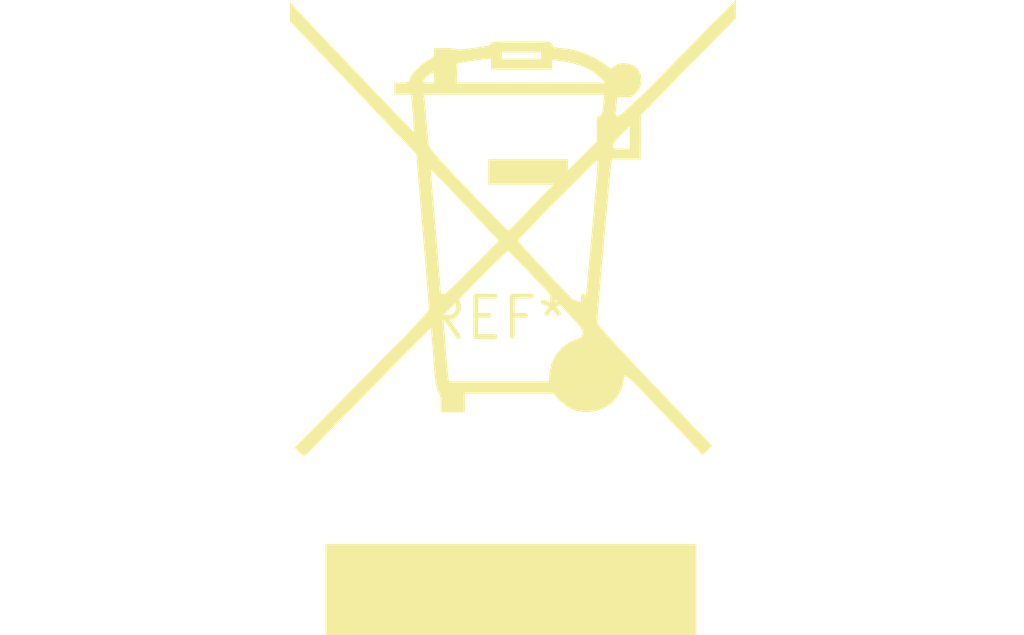
<source format=kicad_pcb>
(kicad_pcb (version 20240108) (generator pcbnew)
  (layers (0 "F.Cu" signal) (31 "B.Cu" signal) (34 "B.Paste" user) (35 "F.Paste" user) (36 "B.SilkS" user "B.Silkscreen") (37 "F.SilkS" user "F.Silkscreen") (38 "B.Mask" user) (39 "F.Mask" user) (44 "Edge.Cuts" user))
  (net 0 "")
  (footprint "WEEE-Logo_14x20mm_SilkScreen" (layer "F.Cu") (at 0 0)
    (property "Reference" "REF**")
    (property "Value" "WEEE-Logo_14x20mm_SilkScreen")
    (fp_poly (pts (xy 5.787869 9.993443) (xy -5.871147 9.993443) (xy -5.871147 7.120328) (xy 5.787869 7.120328) (xy 5.787869 9.993443)) (layer "F.SilkS") (stroke (width 0.01)) (fill solid))
    (fp_poly (pts (xy 7.034999 -9.719684) (xy 7.032948 -9.431311) (xy 4.041198 -6.391639) (xy 4.040107 -5.69418) (xy 4.039017 -4.996721) (xy 3.128054 -4.996721) (xy 3.104581 -4.819754) (xy 3.095693 -4.739092) (xy 3.080711 -4.587193) (xy 3.060436 -4.373118) (xy 3.03567 -4.105928) (xy 3.007215 -3.794684) (xy 2.975871 -3.448447) (xy 2.942439 -3.076279) (xy 2.907722 -2.687239) (xy 2.87252 -2.29039) (xy 2.837636 -1.894792) (xy 2.803869 -1.509506) (xy 2.772022 -1.143594) (xy 2.742896 -0.806116) (xy 2.717293 -0.506134) (xy 2.696012 -0.252708) (xy 2.679857 -0.0549) (xy 2.669629 0.078229) (xy 2.666127 0.137619) (xy 2.66613 0.137902) (xy 2.691657 0.185556) (xy 2.76833 0.283953) (xy 2.897193 0.434238) (xy 3.079289 0.637555) (xy 3.315661 0.895052) (xy 3.607352 1.207872) (xy 3.955406 1.577161) (xy 4.360866 2.004065) (xy 4.474832 2.123607) (xy 6.282322 4.018197) (xy 6.136194 4.163935) (xy 5.990066 4.309672) (xy 5.75364 4.052444) (xy 5.667147 3.959483) (xy 5.532039 3.815725) (xy 5.357229 3.63059) (xy 5.151634 3.413493) (xy 4.924165 3.173854) (xy 4.683738 2.921091) (xy 4.539903 2.770127) (xy 4.269869 2.487311) (xy 4.051603 2.260777) (xy 3.879539 2.086405) (xy 3.748111 1.960077) (xy 3.651754 1.877673) (xy 3.584901 1.835074) (xy 3.541989 1.82816) (xy 3.517451 1.852812) (xy 3.505721 1.904912) (xy 3.501235 1.980339) (xy 3.500632 2.000923) (xy 3.469443 2.142724) (xy 3.392598 2.31412) (xy 3.285436 2.488003) (xy 3.163295 2.63727) (xy 3.114421 2.683379) (xy 2.863655 2.844713) (xy 2.570726 2.934981) (xy 2.311742 2.956394) (xy 2.01824 2.916006) (xy 1.747175 2.797578) (xy 1.507267 2.605209) (xy 1.463001 2.557326) (xy 1.301141 2.373443) (xy -1.499016 2.373443) (xy -1.499016 2.956394) (xy -2.248524 2.956394) (xy -2.248524 2.684052) (xy -2.257929 2.498131) (xy -2.28953 2.369083) (xy -2.327935 2.298888) (xy -2.355376 2.248663) (xy -2.378873 2.175842) (xy -2.399983 2.069629) (xy -2.420263 1.919229) (xy -2.441271 1.713846) (xy -2.464563 1.442684) (xy -2.480512 1.240961) (xy -2.553678 0.295857) (xy -4.349838 2.115388) (xy -4.674601 2.444624) (xy -4.986366 2.761158) (xy -5.279435 3.059174) (xy -5.548113 3.332858) (xy -5.786701 3.576395) (xy -5.989504 3.783969) (xy -6.150824 3.949767) (xy -6.264966 4.067973) (xy -6.326171 4.132705) (xy -6.426723 4.235191) (xy -6.510596 4.306672) (xy -6.555709 4.330492) (xy -6.613331 4.30259) (xy -6.697326 4.232875) (xy -6.725797 4.204485) (xy -6.84652 4.078477) (xy -6.181866 3.403062) (xy -6.012301 3.231002) (xy -5.793655 3.009536) (xy -5.53552 2.748357) (xy -5.247489 2.45716) (xy -4.939151 2.145639) (xy -4.620099 1.82349) (xy -4.299924 1.500405) (xy -4.070246 1.268775) (xy -3.721114 0.915789) (xy -3.427805 0.616949) (xy -3.186567 0.36821) (xy -2.993649 0.165527) (xy -2.8453 0.004854) (xy -2.771775 -0.079047) (xy -2.181346 -0.079047) (xy -2.107424 0.866132) (xy -2.085132 1.143183) (xy -2.063567 1.396538) (xy -2.043953 1.612955) (xy -2.027509 1.779193) (xy -2.015459 1.882008) (xy -2.011581 1.905) (xy -1.98966 1.998689) (xy 1.1545 1.998689) (xy 1.175489 1.737218) (xy 1.238856 1.428289) (xy 1.371462 1.155012) (xy 1.564946 0.92734) (xy 1.810951 0.755224) (xy 2.087064 0.651907) (xy 2.17664 0.603444) (xy 2.221486 0.499433) (xy 2.222425 0.494845) (xy 2.227806 0.450934) (xy 2.221154 0.405971) (xy 2.195978 0.351614) (xy 2.145785 0.279524) (xy 2.064084 0.18136) (xy 1.944381 0.048783) (xy 1.780184 -0.126549) (xy 1.565002 -0.352974) (xy 1.551098 -0.367559) (xy 1.319646 -0.610601) (xy 1.073581 -0.869473) (xy 0.82981 -1.126352) (xy 0.605242 -1.363418) (xy 0.416785 -1.562849) (xy 0.374754 -1.607434) (xy 0.213636 -1.775548) (xy 0.070507 -1.919414) (xy -0.044357 -2.029137) (xy -0.120681 -2.094823) (xy -0.146307 -2.109259) (xy -0.184522 -2.079045) (xy -0.273892 -1.996158) (xy -0.40738 -1.8675) (xy -0.577947 -1.699971) (xy -0.778557 -1.500471) (xy -1.00217 -1.2759) (xy -1.184931 -1.090917) (xy -2.181346 -0.079047) (xy -2.771775 -0.079047) (xy -2.737766 -0.117854) (xy -2.667297 -0.206641) (xy -2.63014 -0.265554) (xy -2.621872 -0.292836) (xy -2.625004 -0.352376) (xy -2.634519 -0.487144) (xy -2.6498 -0.689386) (xy -2.670233 -0.951346) (xy -2.695201 -1.265268) (xy -2.724089 -1.623396) (xy -2.756282 -2.017975) (xy -2.791163 -2.441251) (xy -2.819274 -2.779536) (xy -2.978329 -4.686818) (xy -2.569059 -4.686818) (xy -2.567296 -4.645658) (xy -2.559005 -4.529735) (xy -2.544853 -4.347254) (xy -2.525506 -4.10642) (xy -2.501629 -3.815437) (xy -2.473888 -3.48251) (xy -2.442951 -3.115843) (xy -2.413262 -2.767717) (xy -2.379631 -2.372728) (xy -2.348306 -1.999869) (xy -2.320004 -1.658039) (xy -2.295443 -1.35614) (xy -2.275341 -1.103071) (xy -2.260414 -0.907734) (xy -2.251382 -0.779028) (xy -2.248875 -0.729043) (xy -2.244965 -0.697934) (xy -2.229471 -0.685589) (xy -2.196421 -0.697161) (xy -2.139842 -0.7378) (xy -2.053763 -0.812657) (xy -1.93221 -0.926883) (xy -1.769212 -1.085629) (xy -1.558795 -1.294046) (xy -1.335535 -1.516762) (xy -0.422546 -2.429044) (xy -0.428945 -2.435902) (xy 0.17455 -2.435902) (xy 0.202053 -2.398236) (xy 0.279051 -2.309546) (xy 0.397824 -2.177983) (xy 0.550657 -2.011698) (xy 0.729832 -1.818843) (xy 0.927632 -1.607567) (xy 1.136341 -1.386023) (xy 1.34824 -1.162361) (xy 1.555614 -0.944732) (xy 1.750744 -0.741289) (xy 1.925915 -0.56018) (xy 2.073408 -0.409559) (xy 2.185507 -0.297576) (xy 2.254495 -0.232381) (xy 2.273308 -0.2191) (xy 2.27951 -0.26197) (xy 2.292384 -0.380378) (xy 2.311223 -0.566913) (xy 2.335318 -0.814161) (xy 2.363961 -1.114711) (xy 2.396444 -1.461149) (xy 2.43206 -1.846064) (xy 2.470101 -2.262042) (xy 2.500473 -2.597464) (xy 2.539325 -3.032389) (xy 2.575221 -3.442108) (xy 2.607556 -3.819188) (xy 2.635728 -4.156196) (xy 2.659132 -4.445699) (xy 2.677165 -4.680266) (xy 2.689224 -4.852462) (xy 2.694704 -4.954857) (xy 2.694077 -4.981442) (xy 2.661322 -4.957762) (xy 2.577906 -4.881642) (xy 2.451123 -4.76045) (xy 2.288266 -4.601554) (xy 2.096625 -4.412323) (xy 1.883495 -4.200122) (xy 1.656166 -3.972321) (xy 1.421933 -3.736286) (xy 1.188086 -3.499387) (xy 0.961919 -3.268989) (xy 0.750724 -3.052461) (xy 0.561794 -2.857171) (xy 0.402419 -2.690486) (xy 0.279895 -2.559775) (xy 0.201511 -2.472404) (xy 0.17455 -2.435902) (xy -0.428945 -2.435902) (xy -0.762994 -2.79391) (xy -0.936379 -2.979081) (xy -1.130982 -3.185812) (xy -1.339109 -3.406041) (xy -1.553065 -3.631701) (xy -1.765156 -3.85473) (xy -1.967687 -4.067063) (xy -2.152966 -4.260636) (xy -2.313297 -4.427385) (xy -2.440986 -4.559245) (xy -2.528339 -4.648153) (xy -2.567662 -4.686044) (xy -2.569059 -4.686818) (xy -2.978329 -4.686818) (xy -3.018082 -5.163498) (xy -5.006746 -7.254921) (xy -6.995409 -9.346344) (xy -6.993946 -9.638664) (xy -6.992482 -9.930983) (xy -6.671241 -9.587827) (xy -6.491456 -9.396433) (xy -6.279193 -9.17157) (xy -6.040182 -8.919221) (xy -5.780151 -8.645371) (xy -5.504827 -8.356003) (xy -5.21994 -8.057101) (xy -4.931216 -7.75465) (xy -4.644385 -7.454632) (xy -4.365174 -7.163032) (xy -4.099313 -6.885833) (xy -3.852528 -6.62902) (xy -3.630548 -6.398577) (xy -3.439102 -6.200487) (xy -3.283918 -6.040734) (xy -3.170724 -5.925302) (xy -3.105247 -5.860175) (xy -3.090897 -5.847682) (xy -3.089911 -5.891143) (xy -3.095339 -6.002417) (xy -3.106238 -6.166364) (xy -3.121668 -6.367845) (xy -3.12829 -6.448331) (xy -3.177616 -7.037049) (xy -2.791422 -7.037049) (xy -2.771484 -6.943361) (xy -2.761315 -6.869266) (xy -2.747026 -6.729855) (xy -2.73027 -6.542888) (xy -2.712697 -6.326126) (xy -2.706614 -6.245902) (xy -2.688675 -6.015558) (xy -2.670569 -5.801648) (xy -2.654108 -5.624382) (xy -2.641101 -5.503971) (xy -2.638168 -5.48212) (xy -2.627104 -5.437258) (xy -2.603153 -5.384744) (xy -2.561225 -5.318692) (xy -2.496226 -5.233215) (xy -2.403063 -5.122426) (xy -2.276645 -4.980438) (xy -2.111879 -4.801366) (xy -1.903672 -4.579321) (xy -1.646931 -4.308418) (xy -1.385025 -4.033543) (xy -1.124457 -3.761524) (xy -0.881223 -3.509605) (xy -0.66138 -3.28391) (xy -0.470981 -3.090562) (xy -0.316083 -2.935688) (xy -0.202739 -2.825411) (xy -0.137006 -2.765856) (xy -0.122988 -2.756996) (xy -0.086108 -2.789121) (xy 9.7e-05 -2.8729) (xy 0.12726 -2.999927) (xy 0.287014 -3.161798) (xy 0.470992 -3.350108) (xy 0.604042 -3.487295) (xy 1.29866 -4.205574) (xy -0.749508 -4.205574) (xy -0.749508 -4.996721) (xy 1.748853 -4.996721) (xy 1.748853 -4.644207) (xy 2.206886 -5.10082) (xy 2.5318 -5.424727) (xy 3.164591 -5.424727) (xy 3.170644 -5.373632) (xy 3.20128 -5.345163) (xy 3.275216 -5.332758) (xy 3.411168 -5.329857) (xy 3.435246 -5.329836) (xy 3.705902 -5.329836) (xy 3.705902 -6.056119) (xy 3.435246 -5.787869) (xy 3.282569 -5.62478) (xy 3.191251 -5.499836) (xy 3.164591 -5.424727) (xy 2.5318 -5.424727) (xy 2.664918 -5.557432) (xy 2.664918 -5.964126) (xy 2.666194 -6.151231) (xy 2.67203 -6.270262) (xy 2.685443 -6.33641) (xy 2.709448 -6.364864) (xy 2.745646 -6.37082) (xy 2.785904 -6.379563) (xy 2.81566 -6.414621) (xy 2.838511 -6.48923) (xy 2.858055 -6.616629) (xy 2.877888 -6.810056) (xy 2.884252 -6.880902) (xy 2.898032 -7.037049) (xy -2.791422 -7.037049) (xy -3.177616 -7.037049) (xy -3.705901 -7.037049) (xy -3.705901 -7.411803) (xy -3.481399 -7.411803) (xy -3.350091 -7.4154) (xy -3.278743 -7.432759) (xy -3.270014 -7.443091) (xy -2.810171 -7.443091) (xy -2.78597 -7.419488) (xy -2.70214 -7.412203) (xy -2.645563 -7.411803) (xy -2.456721 -7.411803) (xy -1.752501 -7.411803) (xy 2.931656 -7.411803) (xy 2.773223 -7.574053) (xy 2.527152 -7.774271) (xy 2.222609 -7.928695) (xy 1.854433 -8.039439) (xy 1.488607 -8.100689) (xy 1.249181 -8.129268) (xy 1.249181 -7.828197) (xy -0.666229 -7.828197) (xy -0.666229 -8.169763) (xy -0.947295 -8.141278) (xy -1.143676 -8.117236) (xy -1.352906 -8.085368) (xy -1.478196 -8.062608) (xy -1.728032 -8.012423) (xy -1.740266 -7.712113) (xy -1.752501 -7.411803) (xy -2.456721 -7.411803) (xy -2.456721 -7.578361) (xy -2.462227 -7.682702) (xy -2.475979 -7.740696) (xy -2.481523 -7.744918) (xy -2.543167 -7.71821) (xy -2.633229 -7.653416) (xy -2.723515 -7.57353) (xy -2.785833 -7.501546) (xy -2.791385 -7.492186) (xy -2.810171 -7.443091) (xy -3.270014 -7.443091) (xy -3.244126 -7.473731) (xy -3.230152 -7.518363) (xy -3.173116 -7.634188) (xy -3.063572 -7.773428) (xy -2.920366 -7.916559) (xy -2.762345 -8.044057) (xy -2.658549 -8.110464) (xy -2.540309 -8.18315) (xy -2.479696 -8.244213) (xy -2.458399 -8.316214) (xy -2.456763 -8.359098) (xy -2.45676 -8.369508) (xy -0.333114 -8.369508) (xy -0.333114 -8.161311) (xy 0.916066 -8.161311) (xy 0.916066 -8.369508) (xy -0.333114 -8.369508) (xy -2.45676 -8.369508) (xy -2.456721 -8.494426) (xy -2.106256 -8.494426) (xy -1.945011 -8.490529) (xy -1.81934 -8.480141) (xy -1.749479 -8.465222) (xy -1.741912 -8.459181) (xy -1.697597 -8.449908) (xy -1.58975 -8.453706) (xy -1.4369 -8.469453) (xy -1.332459 -8.483992) (xy -1.143082 -8.512553) (xy -0.969885 -8.538338) (xy -0.83973 -8.55736) (xy -0.801557 -8.562764) (xy -0.701824 -8.593651) (xy -0.666229 -8.642051) (xy -0.655407 -8.661762) (xy -0.616695 -8.6768) (xy -0.540723 -8.687756) (xy -0.418124 -8.695224) (xy -0.239526 -8.699795) (xy 0.004438 -8.702062) (xy 0.291476 -8.702623) (xy 0.597819 -8.702305) (xy 0.830869 -8.700802) (xy 1.00061 -8.697294) (xy 1.117028 -8.690957) (xy 1.190107 -8.680971) (xy 1.229833 -8.666514) (xy 1.246189 -8.646763) (xy 1.249181 -8.623799) (xy 1.274657 -8.550909) (xy 1.358107 -8.509431) (xy 1.510062 -8.494637) (xy 1.537401 -8.494426) (xy 1.794732 -8.46788) (xy 2.087003 -8.394803) (xy 2.387857 -8.285035) (xy 2.670936 -8.148418) (xy 2.909882 -7.994792) (xy 2.94083 -7.97045) (xy 3.041701 -7.891255) (xy 3.101436 -7.859535) (xy 3.143152 -7.869789) (xy 3.185973 -7.912097) (xy 3.312445 -7.99497) (xy 3.477044 -8.026783) (xy 3.654295 -8.010238) (xy 3.818723 -7.948036) (xy 3.944853 -7.842879) (xy 3.953987 -7.830656) (xy 4.048365 -7.634359) (xy 4.065924 -7.431169) (xy 4.008602 -7.237473) (xy 3.878334 -7.069657) (xy 3.862406 -7.055799) (xy 3.769917 -6.989973) (xy 3.676077 -6.960984) (xy 3.544152 -6.958891) (xy 3.511195 -6.960748) (xy 3.382117 -6.965484) (xy 3.315628 -6.954632) (xy 3.291559 -6.921886) (xy 3.28909 -6.891311) (xy 3.284045 -6.802618) (xy 3.271525 -6.66923) (xy 3.262527 -6.589426) (xy 3.249476 -6.462672) (xy 3.254905 -6.397784) (xy 3.286378 -6.374067) (xy 3.342442 -6.37082) (xy 3.375692 -6.381543) (xy 3.429331 -6.416251) (xy 3.507333 -6.478745) (xy 3.613673 -6.572831) (xy 3.752327 -6.702312) (xy 3.927268 -6.870992) (xy 4.142473 -7.082674) (xy 4.401916 -7.341164) (xy 4.709572 -7.650264) (xy 5.069416 -8.013778) (xy 5.242832 -8.189438) (xy 7.03705 -10.008055) (xy 7.034999 -9.719684)) (layer "F.SilkS") (stroke (width 0.01)) (fill solid))
  )
)
</source>
